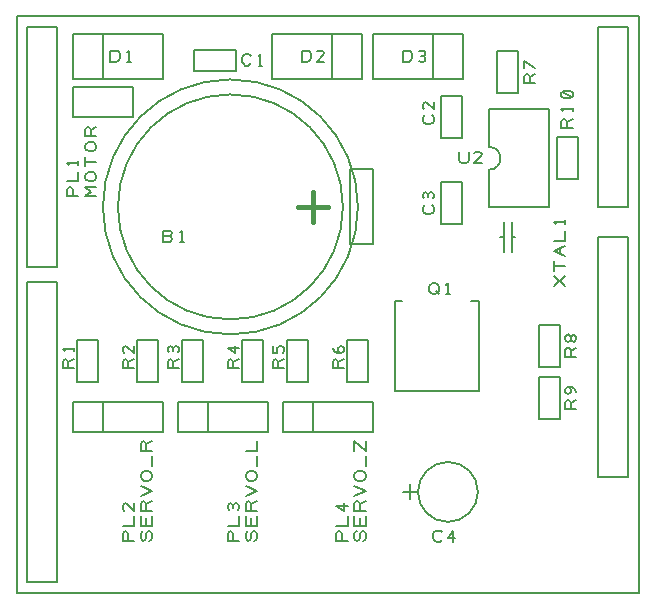
<source format=gbr>
%FSLAX23Y23*%
%MOIN*%
G04 EasyPC Gerber Version 18.0.1 Build 3581 *
%ADD10C,0.00800*%
%ADD81C,0.01575*%
X0Y0D02*
D02*
D10*
X417Y924D02*
X2492D01*
Y2849*
X417*
Y924*
X452Y962D02*
X552D01*
Y1962*
X452*
Y962*
Y2012D02*
X552D01*
Y2812*
X452*
Y2012*
X604Y1462D02*
X904D01*
Y1562*
X604*
Y1462*
Y2512D02*
X804D01*
Y2612*
X604*
Y2512*
X607Y1674D02*
X570D01*
Y1696*
X573Y1702*
X579Y1705*
X585Y1702*
X588Y1696*
Y1674*
Y1696D02*
X607Y1705D01*
Y1730D02*
Y1743D01*
Y1737D02*
X570D01*
X576Y1730*
X622Y2247D02*
X585D01*
Y2268*
X588Y2275*
X594Y2278*
X600Y2275*
X603Y2268*
Y2247*
X585Y2297D02*
X622D01*
Y2328*
Y2353D02*
Y2365D01*
Y2359D02*
X585D01*
X591Y2353*
X682Y2247D02*
X645D01*
X663Y2262*
X645Y2278*
X682*
X670Y2297D02*
X657D01*
X651Y2300*
X648Y2303*
X645Y2309*
Y2315*
X648Y2322*
X651Y2325*
X657Y2328*
X670*
X676Y2325*
X679Y2322*
X682Y2315*
Y2309*
X679Y2303*
X676Y2300*
X670Y2297*
X682Y2362D02*
X645D01*
Y2347D02*
Y2378D01*
X670Y2397D02*
X657D01*
X651Y2400*
X648Y2403*
X645Y2409*
Y2415*
X648Y2422*
X651Y2425*
X657Y2428*
X670*
X676Y2425*
X679Y2422*
X682Y2415*
Y2409*
X679Y2403*
X676Y2400*
X670Y2397*
X682Y2447D02*
X645D01*
Y2468*
X648Y2475*
X654Y2478*
X660Y2475*
X663Y2468*
Y2447*
Y2468D02*
X682Y2478D01*
X689Y1629D02*
Y1769D01*
X619*
Y1629*
X689*
X704Y1462D02*
Y1562D01*
Y2637D02*
Y2787D01*
X729Y2696D02*
Y2733D01*
X748*
X754Y2730*
X757Y2727*
X760Y2721*
Y2708*
X757Y2702*
X754Y2699*
X748Y2696*
X729*
X785D02*
X798D01*
X792D02*
Y2733D01*
X785Y2727*
X807Y1099D02*
X770D01*
Y1121*
X773Y1127*
X779Y1130*
X785Y1127*
X788Y1121*
Y1099*
X770Y1149D02*
X807D01*
Y1180*
Y1224D02*
Y1199D01*
X785Y1221*
X779Y1224*
X773Y1221*
X770Y1215*
Y1205*
X773Y1199*
X858Y1099D02*
X864Y1102D01*
X867Y1108*
Y1121*
X864Y1127*
X858Y1130*
X852Y1127*
X848Y1121*
Y1108*
X845Y1102*
X839Y1099*
X833Y1102*
X830Y1108*
Y1121*
X833Y1127*
X839Y1130*
X867Y1149D02*
X830D01*
Y1180*
X848Y1174D02*
Y1149D01*
X867D02*
Y1180D01*
Y1199D02*
X830D01*
Y1221*
X833Y1227*
X839Y1230*
X845Y1227*
X848Y1221*
Y1199*
Y1221D02*
X867Y1230D01*
X830Y1249D02*
X867Y1265D01*
X830Y1280*
X855Y1299D02*
X842D01*
X836Y1302*
X833Y1305*
X830Y1312*
Y1318*
X833Y1324*
X836Y1327*
X842Y1330*
X855*
X861Y1327*
X864Y1324*
X867Y1318*
Y1312*
X864Y1305*
X861Y1302*
X855Y1299*
X867Y1349D02*
Y1380D01*
Y1399D02*
X830D01*
Y1421*
X833Y1427*
X839Y1430*
X845Y1427*
X848Y1421*
Y1399*
Y1421D02*
X867Y1430D01*
X807Y1674D02*
X770D01*
Y1696*
X773Y1702*
X779Y1705*
X785Y1702*
X788Y1696*
Y1674*
Y1696D02*
X807Y1705D01*
Y1749D02*
Y1724D01*
X785Y1746*
X779Y1749*
X773Y1746*
X770Y1740*
Y1730*
X773Y1724*
X819Y1769D02*
Y1629D01*
X889*
Y1769*
X819*
X926Y2115D02*
X932Y2112D01*
X935Y2105*
X932Y2099*
X926Y2096*
X904*
Y2133*
X926*
X932Y2130*
X935Y2124*
X932Y2118*
X926Y2115*
X904*
X960Y2096D02*
X973D01*
X967D02*
Y2133D01*
X960Y2127*
X904Y2787D02*
X604D01*
Y2637*
X904*
Y2787*
X954Y1462D02*
X1254D01*
Y1562*
X954*
Y1462*
X957Y1674D02*
X920D01*
Y1696*
X923Y1702*
X929Y1705*
X935Y1702*
X938Y1696*
Y1674*
Y1696D02*
X957Y1705D01*
X954Y1727D02*
X957Y1733D01*
Y1740*
X954Y1746*
X948Y1749*
X941Y1746*
X938Y1740*
Y1733*
Y1740D02*
X935Y1746D01*
X929Y1749*
X923Y1746*
X920Y1740*
Y1733*
X923Y1727*
X1039Y1629D02*
Y1769D01*
X969*
Y1629*
X1039*
X1054Y1462D02*
Y1562D01*
X1129Y2587D02*
G75*
G03Y1837J-375D01*
G01*
G75*
G03Y2587J375*
G01*
Y2637D02*
G75*
G03Y1787J-425D01*
G01*
G75*
G03Y2637J425*
G01*
X1149Y2734D02*
X1009D01*
Y2664*
X1149*
Y2734*
X1157Y1099D02*
X1120D01*
Y1121*
X1123Y1127*
X1129Y1130*
X1135Y1127*
X1138Y1121*
Y1099*
X1120Y1149D02*
X1157D01*
Y1180*
X1154Y1202D02*
X1157Y1208D01*
Y1215*
X1154Y1221*
X1148Y1224*
X1142Y1221*
X1138Y1215*
Y1208*
Y1215D02*
X1135Y1221D01*
X1129Y1224*
X1123Y1221*
X1120Y1215*
Y1208*
X1123Y1202*
X1208Y1099D02*
X1214Y1102D01*
X1217Y1108*
Y1121*
X1214Y1127*
X1208Y1130*
X1202Y1127*
X1198Y1121*
Y1108*
X1195Y1102*
X1189Y1099*
X1183Y1102*
X1180Y1108*
Y1121*
X1183Y1127*
X1189Y1130*
X1217Y1149D02*
X1180D01*
Y1180*
X1198Y1174D02*
Y1149D01*
X1217D02*
Y1180D01*
Y1199D02*
X1180D01*
Y1221*
X1183Y1227*
X1189Y1230*
X1195Y1227*
X1198Y1221*
Y1199*
Y1221D02*
X1217Y1230D01*
X1180Y1249D02*
X1217Y1265D01*
X1180Y1280*
X1205Y1299D02*
X1192D01*
X1186Y1302*
X1183Y1305*
X1180Y1312*
Y1318*
X1183Y1324*
X1186Y1327*
X1192Y1330*
X1205*
X1211Y1327*
X1214Y1324*
X1217Y1318*
Y1312*
X1214Y1305*
X1211Y1302*
X1205Y1299*
X1217Y1349D02*
Y1380D01*
X1180Y1399D02*
X1217D01*
Y1430*
X1157Y1674D02*
X1120D01*
Y1696*
X1123Y1702*
X1129Y1705*
X1135Y1702*
X1138Y1696*
Y1674*
Y1696D02*
X1157Y1705D01*
Y1740D02*
X1120D01*
X1145Y1724*
Y1749*
X1198Y2690D02*
X1195Y2687D01*
X1188Y2683*
X1179*
X1173Y2687*
X1170Y2690*
X1167Y2696*
Y2708*
X1170Y2715*
X1173Y2718*
X1179Y2721*
X1188*
X1195Y2718*
X1198Y2715*
X1223Y2683D02*
X1235D01*
X1229D02*
Y2721D01*
X1223Y2715*
X1169Y1769D02*
Y1629D01*
X1239*
Y1769*
X1169*
X1267Y2637D02*
X1566D01*
Y2787*
X1267*
Y2637*
X1304Y1462D02*
X1604D01*
Y1562*
X1304*
Y1462*
X1307Y1674D02*
X1270D01*
Y1696*
X1273Y1702*
X1279Y1705*
X1285Y1702*
X1288Y1696*
Y1674*
Y1696D02*
X1307Y1705D01*
X1304Y1724D02*
X1307Y1730D01*
Y1740*
X1304Y1746*
X1298Y1749*
X1295*
X1288Y1746*
X1285Y1740*
Y1724*
X1270*
Y1749*
X1367Y2696D02*
Y2733D01*
X1385*
X1391Y2730*
X1395Y2727*
X1398Y2721*
Y2708*
X1395Y2702*
X1391Y2699*
X1385Y2696*
X1367*
X1441D02*
X1417D01*
X1438Y2718*
X1441Y2724*
X1438Y2730*
X1432Y2733*
X1423*
X1417Y2730*
X1389Y1629D02*
Y1769D01*
X1319*
Y1629*
X1389*
X1404Y1462D02*
Y1562D01*
X1466Y2787D02*
Y2637D01*
X1507Y1674D02*
X1470D01*
Y1696*
X1473Y1702*
X1479Y1705*
X1485Y1702*
X1488Y1696*
Y1674*
Y1696D02*
X1507Y1705D01*
X1498Y1724D02*
X1492Y1727D01*
X1488Y1733*
Y1740*
X1492Y1746*
X1498Y1749*
X1504Y1746*
X1507Y1740*
Y1733*
X1504Y1727*
X1498Y1724*
X1488*
X1479Y1727*
X1473Y1733*
X1470Y1740*
X1519Y1769D02*
Y1629D01*
X1589*
Y1769*
X1519*
X1520Y1099D02*
X1482D01*
Y1121*
X1485Y1127*
X1492Y1130*
X1498Y1127*
X1501Y1121*
Y1099*
X1482Y1149D02*
X1520D01*
Y1180*
Y1215D02*
X1482D01*
X1507Y1199*
Y1224*
X1570Y1099D02*
X1577Y1102D01*
X1580Y1108*
Y1121*
X1577Y1127*
X1570Y1130*
X1564Y1127*
X1561Y1121*
Y1108*
X1558Y1102*
X1552Y1099*
X1545Y1102*
X1542Y1108*
Y1121*
X1545Y1127*
X1552Y1130*
X1580Y1149D02*
X1542D01*
Y1180*
X1561Y1174D02*
Y1149D01*
X1580D02*
Y1180D01*
Y1199D02*
X1542D01*
Y1221*
X1545Y1227*
X1552Y1230*
X1558Y1227*
X1561Y1221*
Y1199*
Y1221D02*
X1580Y1230D01*
X1542Y1249D02*
X1580Y1265D01*
X1542Y1280*
X1567Y1299D02*
X1555D01*
X1548Y1302*
X1545Y1305*
X1542Y1312*
Y1318*
X1545Y1324*
X1548Y1327*
X1555Y1330*
X1567*
X1573Y1327*
X1577Y1324*
X1580Y1318*
Y1312*
X1577Y1305*
X1573Y1302*
X1567Y1299*
X1580Y1349D02*
Y1380D01*
X1542Y1399D02*
Y1430D01*
X1580Y1399*
Y1430*
X1529Y2087D02*
Y2337D01*
X1604*
Y2087*
X1529*
X1604Y2637D02*
X1904D01*
Y2787*
X1604*
Y2637*
X1702Y1899D02*
X1677D01*
Y1599*
X1956*
Y1899*
X1932*
X1704Y1262D02*
X1754D01*
X1704Y2696D02*
Y2733D01*
X1723*
X1729Y2730*
X1732Y2727*
X1735Y2721*
Y2708*
X1732Y2702*
X1729Y2699*
X1723Y2696*
X1704*
X1757Y2699D02*
X1763Y2696D01*
X1770*
X1776Y2699*
X1779Y2705*
X1776Y2712*
X1770Y2715*
X1763*
X1770D02*
X1776Y2718D01*
X1779Y2724*
X1776Y2730*
X1770Y2733*
X1763*
X1757Y2730*
X1729Y1287D02*
Y1237D01*
X1754Y1262D02*
G75*
G02X1854Y1362I100D01*
G01*
G75*
G02X1954Y1262J-100*
G01*
G75*
G02X1854Y1162I-100*
G01*
G75*
G02X1754Y1262J100*
G01*
X1791Y1933D02*
Y1946D01*
X1795Y1952*
X1798Y1955*
X1804Y1958*
X1810*
X1816Y1955*
X1820Y1952*
X1823Y1946*
Y1933*
X1820Y1927*
X1816Y1924*
X1810Y1921*
X1804*
X1798Y1924*
X1795Y1927*
X1791Y1933*
X1813Y1930D02*
X1823Y1921D01*
X1848D02*
X1860D01*
X1854D02*
Y1958D01*
X1848Y1952*
X1835Y1102D02*
X1832Y1099D01*
X1826Y1096*
X1816*
X1810Y1099*
X1807Y1102*
X1804Y1108*
Y1121*
X1807Y1127*
X1810Y1130*
X1816Y1133*
X1826*
X1832Y1130*
X1835Y1127*
X1870Y1096D02*
Y1133D01*
X1854Y1108*
X1879*
X1804Y2787D02*
Y2637D01*
X1801Y2218D02*
X1804Y2215D01*
X1807Y2208*
Y2199*
X1804Y2193*
X1801Y2190*
X1795Y2187*
X1782*
X1776Y2190*
X1773Y2193*
X1770Y2199*
Y2208*
X1773Y2215*
X1776Y2218*
X1804Y2240D02*
X1807Y2246D01*
Y2252*
X1804Y2258*
X1798Y2262*
X1791Y2258*
X1788Y2252*
Y2246*
Y2252D02*
X1785Y2258D01*
X1779Y2262*
X1773Y2258*
X1770Y2252*
Y2246*
X1773Y2240*
X1801Y2518D02*
X1804Y2515D01*
X1807Y2508*
Y2499*
X1804Y2493*
X1801Y2490*
X1795Y2487*
X1782*
X1776Y2490*
X1773Y2493*
X1770Y2499*
Y2508*
X1773Y2515*
X1776Y2518*
X1807Y2562D02*
Y2537D01*
X1785Y2558*
X1779Y2562*
X1773Y2558*
X1770Y2552*
Y2543*
X1773Y2537*
X1831Y2582D02*
Y2442D01*
X1902*
Y2582*
X1831*
X1891Y2396D02*
Y2368D01*
X1895Y2362*
X1901Y2358*
X1913*
X1920Y2362*
X1923Y2368*
Y2396*
X1966Y2358D02*
X1941D01*
X1963Y2380*
X1966Y2387*
X1963Y2393*
X1957Y2396*
X1948*
X1941Y2393*
X1902Y2154D02*
Y2294D01*
X1831*
Y2154*
X1902*
X2019Y2732D02*
Y2592D01*
X2089*
Y2732*
X2019*
X2041Y2062D02*
Y2162D01*
Y2112D02*
X2029D01*
X2067Y2062D02*
Y2162D01*
Y2112D02*
X2079D01*
X2145Y2624D02*
X2107D01*
Y2646*
X2110Y2652*
X2117Y2655*
X2123Y2652*
X2126Y2646*
Y2624*
Y2646D02*
X2145Y2655D01*
Y2674D02*
X2107Y2699D01*
Y2674*
X2192Y2212D02*
Y2537D01*
X1991*
Y2412*
G75*
G02Y2337J-38*
G01*
Y2212*
X2192*
X2219Y2444D02*
Y2304D01*
X2289*
Y2444*
X2219*
X2227Y1504D02*
Y1644D01*
X2157*
Y1504*
X2227*
Y1679D02*
Y1819D01*
X2157*
Y1679*
X2227*
X2245Y1949D02*
X2207Y1980D01*
Y1949D02*
X2245Y1980D01*
Y2015D02*
X2207D01*
Y1999D02*
Y2030D01*
X2245Y2049D02*
X2207Y2065D01*
X2245Y2080*
X2229Y2055D02*
Y2074D01*
X2207Y2099D02*
X2245D01*
Y2130*
Y2155D02*
Y2168D01*
Y2162D02*
X2207D01*
X2213Y2155*
X2270Y2474D02*
X2232D01*
Y2496*
X2235Y2502*
X2242Y2505*
X2248Y2502*
X2251Y2496*
Y2474*
Y2496D02*
X2270Y2505D01*
Y2530D02*
Y2543D01*
Y2537D02*
X2232D01*
X2238Y2530*
X2267Y2577D02*
X2270Y2583D01*
Y2590*
X2267Y2596*
X2260Y2599*
X2242*
X2235Y2596*
X2232Y2590*
Y2583*
X2235Y2577*
X2242Y2574*
X2260*
X2267Y2577*
X2235Y2596*
X2282Y1537D02*
X2245D01*
Y1558*
X2248Y1565*
X2254Y1568*
X2260Y1565*
X2263Y1558*
Y1537*
Y1558D02*
X2282Y1568D01*
Y1596D02*
X2279Y1602D01*
X2273Y1608*
X2263Y1612*
X2254*
X2248Y1608*
X2245Y1602*
Y1596*
X2248Y1590*
X2254Y1587*
X2260Y1590*
X2263Y1596*
Y1602*
X2260Y1608*
X2254Y1612*
X2282Y1712D02*
X2245D01*
Y1733*
X2248Y1740*
X2254Y1743*
X2260Y1740*
X2263Y1733*
Y1712*
Y1733D02*
X2282Y1743D01*
X2263Y1771D02*
Y1777D01*
X2260Y1783*
X2254Y1787*
X2248Y1783*
X2245Y1777*
Y1771*
X2248Y1765*
X2254Y1762*
X2260Y1765*
X2263Y1771*
X2267Y1765*
X2273Y1762*
X2279Y1765*
X2282Y1771*
Y1777*
X2279Y1783*
X2273Y1787*
X2267Y1783*
X2263Y1777*
X2354Y1312D02*
X2454D01*
Y2112*
X2354*
Y1312*
Y2212D02*
X2454D01*
Y2812*
X2354*
Y2212*
D02*
D81*
X1354D02*
X1454D01*
X1404Y2262D02*
Y2162D01*
X0Y0D02*
M02*

</source>
